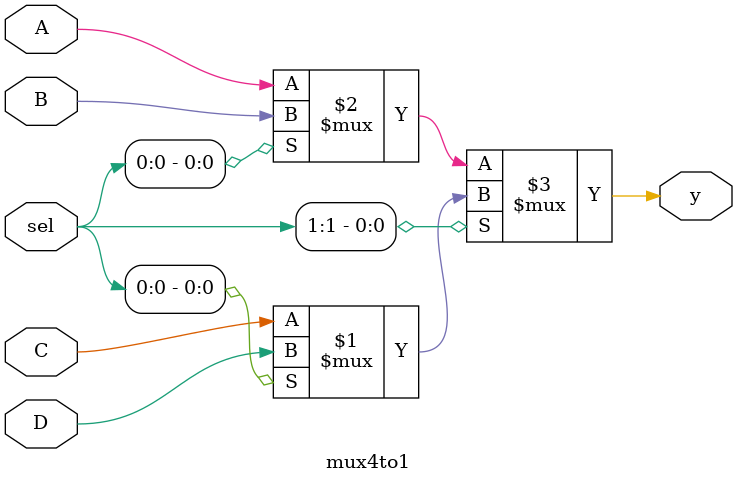
<source format=v>
module mux4to1 (
  input A,
  input B,
  input C,
  input D,
  input [1:0] sel,
  output y
);

  assign y = sel[1]? (sel[0]? D:C): (sel[0]? B:A); 
endmodule

</source>
